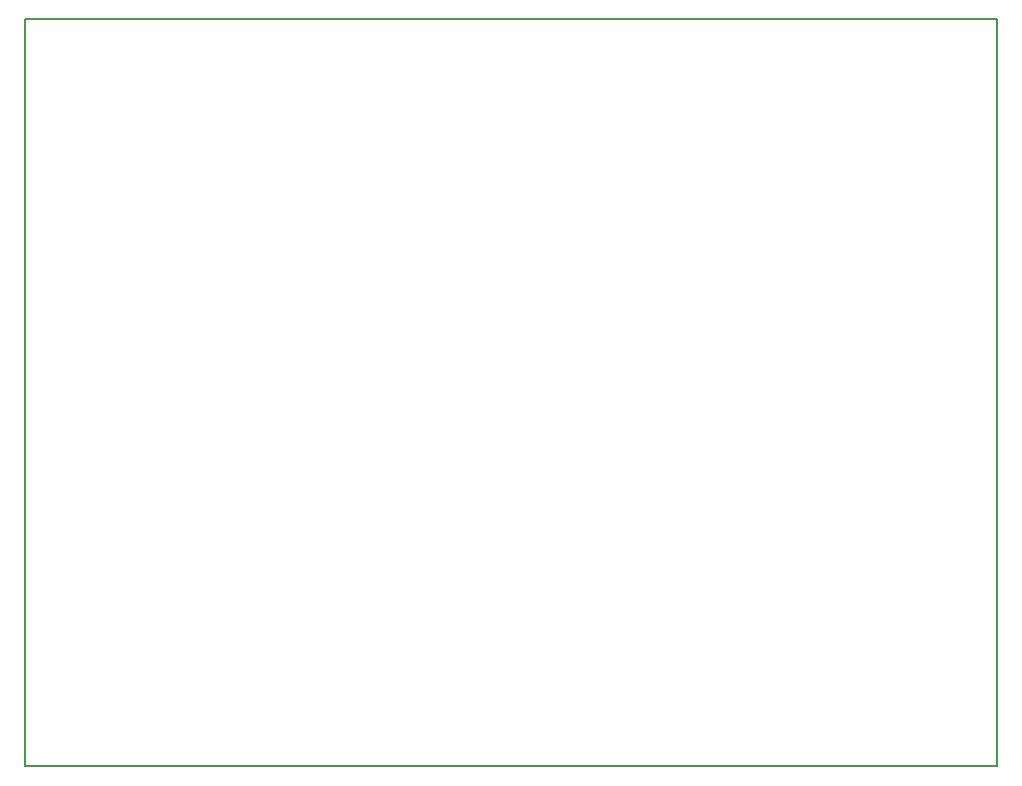
<source format=gbr>
G04 #@! TF.FileFunction,Profile,NP*
%FSLAX46Y46*%
G04 Gerber Fmt 4.6, Leading zero omitted, Abs format (unit mm)*
G04 Created by KiCad (PCBNEW 4.0.4-stable) date 04/25/17 22:02:41*
%MOMM*%
%LPD*%
G01*
G04 APERTURE LIST*
%ADD10C,0.100000*%
%ADD11C,0.150000*%
G04 APERTURE END LIST*
D10*
D11*
X183896000Y-128016000D02*
X183896000Y-64770000D01*
X101600000Y-128016000D02*
X101600000Y-64770000D01*
X183896000Y-128016000D02*
X101600000Y-128016000D01*
X101600000Y-64770000D02*
X183896000Y-64770000D01*
M02*

</source>
